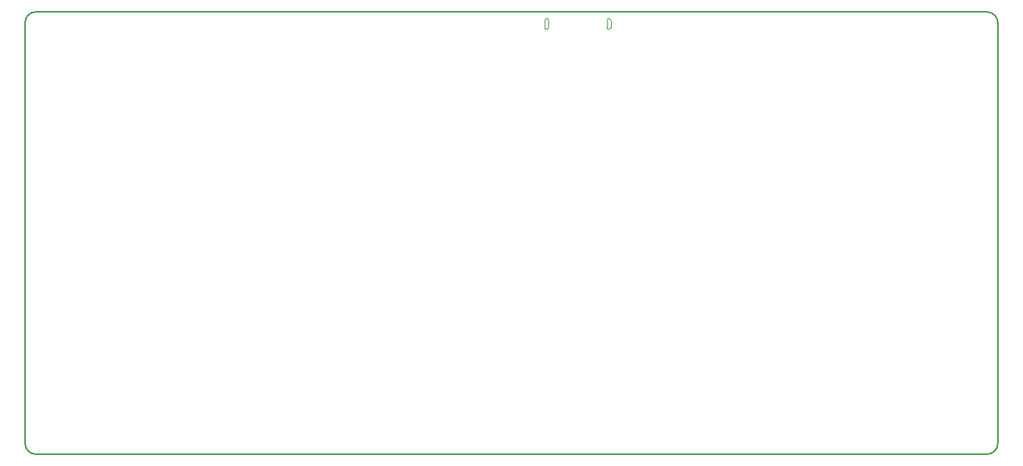
<source format=gbr>
%TF.GenerationSoftware,KiCad,Pcbnew,(5.1.6)-1*%
%TF.CreationDate,2021-08-19T23:31:01-04:00*%
%TF.ProjectId,Temp_Control_Board,54656d70-5f43-46f6-9e74-726f6c5f426f,rev?*%
%TF.SameCoordinates,Original*%
%TF.FileFunction,Profile,NP*%
%FSLAX46Y46*%
G04 Gerber Fmt 4.6, Leading zero omitted, Abs format (unit mm)*
G04 Created by KiCad (PCBNEW (5.1.6)-1) date 2021-08-19 23:31:01*
%MOMM*%
%LPD*%
G01*
G04 APERTURE LIST*
%TA.AperFunction,Profile*%
%ADD10C,0.149860*%
%TD*%
%TA.AperFunction,Profile*%
%ADD11C,0.150000*%
%TD*%
%TA.AperFunction,Profile*%
%ADD12C,0.100000*%
%TD*%
G04 APERTURE END LIST*
D10*
X68580000Y-105410000D02*
G75*
G02*
X69850000Y-104140000I1270000J0D01*
G01*
X69850000Y-154940000D02*
G75*
G02*
X68580000Y-153670000I0J1270000D01*
G01*
D11*
X179070000Y-104140000D02*
G75*
G02*
X180340000Y-105410000I0J-1270000D01*
G01*
X180340000Y-153670000D02*
G75*
G02*
X179070000Y-154940000I-1270000J0D01*
G01*
X68580000Y-105410000D02*
X68580000Y-153670000D01*
X179070000Y-104140000D02*
X69850000Y-104140000D01*
X180340000Y-153670000D02*
X180340000Y-105410000D01*
X69850000Y-154940000D02*
X179070000Y-154940000D01*
D12*
%TO.C,J3*%
X135430000Y-105939000D02*
X135430000Y-105137000D01*
X135880000Y-105137000D02*
X135880000Y-105938000D01*
X128280000Y-105939000D02*
X128280000Y-105137000D01*
X128730000Y-105137000D02*
X128730000Y-105938000D01*
X128505000Y-104912000D02*
G75*
G03*
X128280000Y-105137000I0J-225000D01*
G01*
X128730000Y-105137000D02*
G75*
G03*
X128505000Y-104912000I-225000J0D01*
G01*
X128505000Y-106163000D02*
G75*
G02*
X128280000Y-105939000I-500J224500D01*
G01*
X128730000Y-105938000D02*
G75*
G02*
X128505000Y-106163000I-225000J0D01*
G01*
X135655000Y-104912000D02*
G75*
G03*
X135430000Y-105137000I0J-225000D01*
G01*
X135880000Y-105137000D02*
G75*
G03*
X135655000Y-104912000I-225000J0D01*
G01*
X135655000Y-106163000D02*
G75*
G02*
X135430000Y-105939000I-500J224500D01*
G01*
X135880000Y-105938000D02*
G75*
G02*
X135655000Y-106163000I-225000J0D01*
G01*
%TD*%
M02*

</source>
